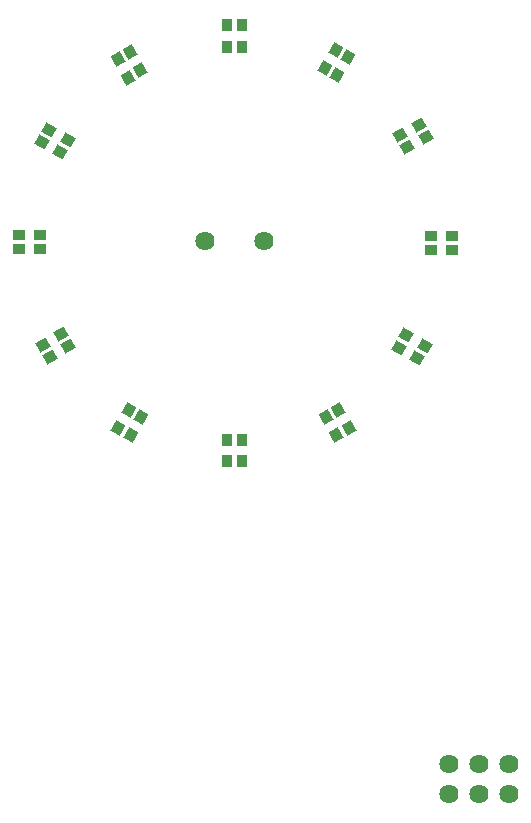
<source format=gts>
G04*
G04 #@! TF.GenerationSoftware,Altium Limited,Altium Designer,18.1.9 (240)*
G04*
G04 Layer_Color=8388736*
%FSLAX25Y25*%
%MOIN*%
G70*
G01*
G75*
G04:AMPARAMS|DCode=19|XSize=39.43mil|YSize=35.5mil|CornerRadius=0mil|HoleSize=0mil|Usage=FLASHONLY|Rotation=60.000|XOffset=0mil|YOffset=0mil|HoleType=Round|Shape=Rectangle|*
%AMROTATEDRECTD19*
4,1,4,0.00551,-0.02595,-0.02523,-0.00820,-0.00551,0.02595,0.02523,0.00820,0.00551,-0.02595,0.0*
%
%ADD19ROTATEDRECTD19*%

%ADD20R,0.03943X0.03550*%
G04:AMPARAMS|DCode=21|XSize=39.43mil|YSize=35.5mil|CornerRadius=0mil|HoleSize=0mil|Usage=FLASHONLY|Rotation=330.000|XOffset=0mil|YOffset=0mil|HoleType=Round|Shape=Rectangle|*
%AMROTATEDRECTD21*
4,1,4,-0.02595,-0.00551,-0.00820,0.02523,0.02595,0.00551,0.00820,-0.02523,-0.02595,-0.00551,0.0*
%
%ADD21ROTATEDRECTD21*%

%ADD22R,0.03550X0.03943*%
G04:AMPARAMS|DCode=23|XSize=39.43mil|YSize=35.5mil|CornerRadius=0mil|HoleSize=0mil|Usage=FLASHONLY|Rotation=30.000|XOffset=0mil|YOffset=0mil|HoleType=Round|Shape=Rectangle|*
%AMROTATEDRECTD23*
4,1,4,-0.00820,-0.02523,-0.02595,0.00551,0.00820,0.02523,0.02595,-0.00551,-0.00820,-0.02523,0.0*
%
%ADD23ROTATEDRECTD23*%

G04:AMPARAMS|DCode=24|XSize=39.43mil|YSize=35.5mil|CornerRadius=0mil|HoleSize=0mil|Usage=FLASHONLY|Rotation=300.000|XOffset=0mil|YOffset=0mil|HoleType=Round|Shape=Rectangle|*
%AMROTATEDRECTD24*
4,1,4,-0.02523,0.00820,0.00551,0.02595,0.02523,-0.00820,-0.00551,-0.02595,-0.02523,0.00820,0.0*
%
%ADD24ROTATEDRECTD24*%

%ADD25C,0.06400*%
D19*
X138126Y263150D02*
D03*
X134583Y257013D02*
D03*
X142217Y260788D02*
D03*
X138674Y254650D02*
D03*
X69774Y134650D02*
D03*
X73317Y140787D02*
D03*
X65683Y137013D02*
D03*
X69226Y143150D02*
D03*
D20*
X176943Y201162D02*
D03*
X169857D02*
D03*
X176943Y196438D02*
D03*
X169857D02*
D03*
X32413Y196800D02*
D03*
X39500D02*
D03*
X32413Y201524D02*
D03*
X39500D02*
D03*
D21*
X167750Y164474D02*
D03*
X161612Y168017D02*
D03*
X165387Y160383D02*
D03*
X159250Y163926D02*
D03*
X40250Y232526D02*
D03*
X46387Y228983D02*
D03*
X42612Y236617D02*
D03*
X48750Y233074D02*
D03*
D22*
X106724Y126100D02*
D03*
Y133187D02*
D03*
X102000Y126100D02*
D03*
Y133187D02*
D03*
X102038Y271343D02*
D03*
Y264257D02*
D03*
X106762Y271343D02*
D03*
Y264257D02*
D03*
D23*
X165738Y238291D02*
D03*
X159601Y234748D02*
D03*
X168100Y234200D02*
D03*
X161963Y230657D02*
D03*
X42812Y160783D02*
D03*
X48950Y164326D02*
D03*
X40450Y164874D02*
D03*
X46587Y168417D02*
D03*
D24*
X142417Y137013D02*
D03*
X138874Y143150D02*
D03*
X138326Y134650D02*
D03*
X134783Y140787D02*
D03*
X65409Y260087D02*
D03*
X68952Y253950D02*
D03*
X69500Y262450D02*
D03*
X73043Y256312D02*
D03*
D25*
X114100Y199400D02*
D03*
X94415D02*
D03*
X175900Y25200D02*
D03*
Y15200D02*
D03*
X185900Y25200D02*
D03*
Y15200D02*
D03*
X195900Y25200D02*
D03*
Y15200D02*
D03*
M02*

</source>
